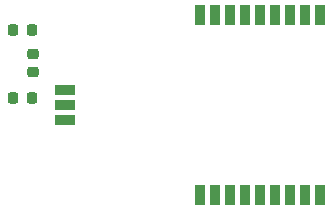
<source format=gbr>
%TF.GenerationSoftware,KiCad,Pcbnew,7.0.4*%
%TF.CreationDate,2023-05-26T13:22:51+02:00*%
%TF.ProjectId,RC_ST_868_PMOD,52435f53-545f-4383-9638-5f504d4f442e,rev?*%
%TF.SameCoordinates,Original*%
%TF.FileFunction,Paste,Top*%
%TF.FilePolarity,Positive*%
%FSLAX46Y46*%
G04 Gerber Fmt 4.6, Leading zero omitted, Abs format (unit mm)*
G04 Created by KiCad (PCBNEW 7.0.4) date 2023-05-26 13:22:51*
%MOMM*%
%LPD*%
G01*
G04 APERTURE LIST*
G04 Aperture macros list*
%AMRoundRect*
0 Rectangle with rounded corners*
0 $1 Rounding radius*
0 $2 $3 $4 $5 $6 $7 $8 $9 X,Y pos of 4 corners*
0 Add a 4 corners polygon primitive as box body*
4,1,4,$2,$3,$4,$5,$6,$7,$8,$9,$2,$3,0*
0 Add four circle primitives for the rounded corners*
1,1,$1+$1,$2,$3*
1,1,$1+$1,$4,$5*
1,1,$1+$1,$6,$7*
1,1,$1+$1,$8,$9*
0 Add four rect primitives between the rounded corners*
20,1,$1+$1,$2,$3,$4,$5,0*
20,1,$1+$1,$4,$5,$6,$7,0*
20,1,$1+$1,$6,$7,$8,$9,0*
20,1,$1+$1,$8,$9,$2,$3,0*%
G04 Aperture macros list end*
%ADD10RoundRect,0.225000X0.225000X0.250000X-0.225000X0.250000X-0.225000X-0.250000X0.225000X-0.250000X0*%
%ADD11RoundRect,0.218750X0.256250X-0.218750X0.256250X0.218750X-0.256250X0.218750X-0.256250X-0.218750X0*%
%ADD12R,0.900000X1.800000*%
%ADD13R,1.800000X0.900000*%
G04 APERTURE END LIST*
D10*
%TO.C,M1*%
X121197500Y-48895000D03*
X119647500Y-48895000D03*
%TD*%
D11*
%TO.C,M2*%
X121285000Y-46747500D03*
X121285000Y-45172500D03*
%TD*%
D10*
%TO.C,M3*%
X121197500Y-43180000D03*
X119647500Y-43180000D03*
%TD*%
D12*
%TO.C,U1*%
X135430000Y-57155000D03*
X136700000Y-57155000D03*
X137970000Y-57155000D03*
X139240000Y-57155000D03*
X140510000Y-57155000D03*
X141780000Y-57155000D03*
X143050000Y-57155000D03*
X144320000Y-57155000D03*
X145590000Y-57155000D03*
X145590000Y-41905000D03*
X144320000Y-41905000D03*
X143050000Y-41905000D03*
X141780000Y-41905000D03*
X140510000Y-41905000D03*
X139240000Y-41905000D03*
X137970000Y-41905000D03*
X136700000Y-41905000D03*
X135430000Y-41905000D03*
D13*
X124000000Y-48255000D03*
X124000000Y-49525000D03*
X124000000Y-50795000D03*
%TD*%
M02*

</source>
